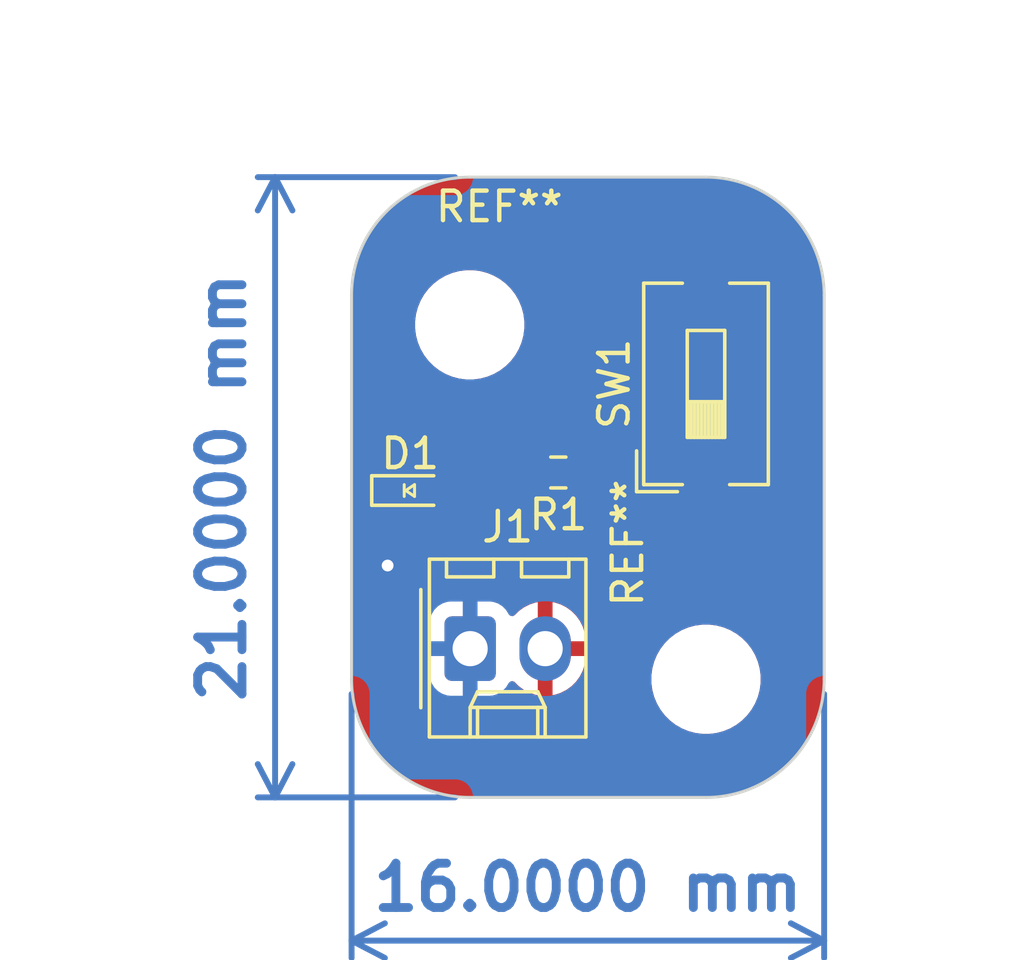
<source format=kicad_pcb>
(kicad_pcb (version 20240108) (generator "pcbnew") (generator_version "8.0")
  (title_block (title "LED Circuit") (date "2024-09-16") (rev "1.0") (company "Illini Solar Car") (comment 1 "Designed By: Reet Sinha"))
  (layers (0 "F.Cu" signal) (31 "B.Cu" signal) (34 "B.Paste" user) (35 "F.Paste" user) (36 "B.SilkS" user "B.Silkscreen") (37 "F.SilkS" user "F.Silkscreen") (38 "B.Mask" user) (39 "F.Mask" user) (44 "Edge.Cuts" user))
  (net 0 "")
  (net 1 "GND")
  (net 2 "Net-(D1-A)")
  (net 3 "Net-(R1-Pad1)")
  (net 4 "+3V3")
  (footprint "MountingHole:MountingHole_3.2mm_M3" (layer "F.Cu") (at 120 61)
    (property "Reference" "REF**" (at -2.652 -4.612 90) (layer "F.SilkS"))
    (property "Value" "MountingHole_3.2mm_M3")
    (pad "" np_thru_hole circle (at 0 0) (size 3.2 3.2) (drill 3.2) (layers "*.Cu" "*.Mask"))
  )
  (footprint "Button_Switch_SMD:SW_DIP_SPSTx01_Slide_6.7x4.1mm_W8.61mm_P2.54mm_LowProfile" (layer "F.Cu") (at 120 51 90)
    (property "Reference" "SW1" (at 0 -3.11 90) (layer "F.SilkS"))
    (property "Value" "SW_Push")
    (fp_line (start -3.65 -2.35) (end -2.267 -2.35) (stroke (width 0.12)) (layer "F.SilkS"))
    (fp_line (start -3.65 -2.35) (end -3.65 -0.967) (stroke (width 0.12)) (layer "F.SilkS"))
    (fp_line (start 3.41 -2.11) (end 3.41 -0.8) (stroke (width 0.12)) (layer "F.SilkS"))
    (fp_line (start -3.41 -2.11) (end 3.41 -2.11) (stroke (width 0.12)) (layer "F.SilkS"))
    (fp_line (start -3.41 -2.11) (end -3.41 -0.8) (stroke (width 0.12)) (layer "F.SilkS"))
    (fp_line (start 1.81 -0.635) (end -1.81 -0.635) (stroke (width 0.12)) (layer "F.SilkS"))
    (fp_line (start -0.603333 -0.635) (end -0.603333 0.635) (stroke (width 0.12)) (layer "F.SilkS"))
    (fp_line (start -1.81 -0.635) (end -1.81 0.635) (stroke (width 0.12)) (layer "F.SilkS"))
    (fp_line (start -1.81 -0.515) (end -0.603333 -0.515) (stroke (width 0.12)) (layer "F.SilkS"))
    (fp_line (start -1.81 -0.395) (end -0.603333 -0.395) (stroke (width 0.12)) (layer "F.SilkS"))
    (fp_line (start -1.81 -0.275) (end -0.603333 -0.275) (stroke (width 0.12)) (layer "F.SilkS"))
    (fp_line (start -1.81 -0.155) (end -0.603333 -0.155) (stroke (width 0.12)) (layer "F.SilkS"))
    (fp_line (start -1.81 -0.035) (end -0.603333 -0.035) (stroke (width 0.12)) (layer "F.SilkS"))
    (fp_line (start -1.81 0.085) (end -0.603333 0.085) (stroke (width 0.12)) (layer "F.SilkS"))
    (fp_line (start -1.81 0.205) (end -0.603333 0.205) (stroke (width 0.12)) (layer "F.SilkS"))
    (fp_line (start -1.81 0.325) (end -0.603333 0.325) (stroke (width 0.12)) (layer "F.SilkS"))
    (fp_line (start -1.81 0.445) (end -0.603333 0.445) (stroke (width 0.12)) (layer "F.SilkS"))
    (fp_line (start -1.81 0.565) (end -0.603333 0.565) (stroke (width 0.12)) (layer "F.SilkS"))
    (fp_line (start 1.81 0.635) (end 1.81 -0.635) (stroke (width 0.12)) (layer "F.SilkS"))
    (fp_line (start -1.81 0.635) (end 1.81 0.635) (stroke (width 0.12)) (layer "F.SilkS"))
    (fp_line (start 3.41 0.8) (end 3.41 2.11) (stroke (width 0.12)) (layer "F.SilkS"))
    (fp_line (start -3.41 0.8) (end -3.41 2.11) (stroke (width 0.12)) (layer "F.SilkS"))
    (fp_line (start -3.41 2.11) (end 3.41 2.11) (stroke (width 0.12)) (layer "F.SilkS"))
    (pad "1" smd rect (at -4.305 0 90) (size 2.44 1.12) (layers "F.Cu" "F.Paste" "F.Mask") (net 4 "+3V3"))
    (pad "2" smd rect (at 4.305 0 90) (size 2.44 1.12) (layers "F.Cu" "F.Paste" "F.Mask") (net 3 "Net-(R1-Pad1)"))
  )
  (footprint "MountingHole:MountingHole_3.2mm_M3" (layer "F.Cu") (at 112 49)
    (property "Reference" "REF**" (at 1 -4 0) (layer "F.SilkS"))
    (property "Value" "MountingHole_3.2mm_M3")
    (pad "" np_thru_hole circle (at 0 0) (size 3.2 3.2) (drill 3.2) (layers "*.Cu" "*.Mask"))
  )
  (footprint "layout:LED_0603_Symbol_on_F.SilkS" (layer "F.Cu") (at 109.982 54.61)
    (property "Reference" "D1" (at 0 -1.25 0) (layer "F.SilkS"))
    (property "Value" "LED_RED")
    (fp_line (start -1.3 -0.5) (end -1.3 0.5) (stroke (width 0.12)) (layer "F.SilkS"))
    (fp_line (start -1.3 -0.5) (end 0.8 -0.5) (stroke (width 0.12)) (layer "F.SilkS"))
    (fp_line (start -1.3 0.5) (end 0.8 0.5) (stroke (width 0.12)) (layer "F.SilkS"))
    (fp_line (start -0.2 -0.2) (end -0.2 0.2) (stroke (width 0.1)) (layer "F.SilkS"))
    (fp_line (start -0.15 0) (end 0.15 -0.2) (stroke (width 0.1)) (layer "F.SilkS"))
    (fp_line (start 0.15 -0.2) (end 0.15 0.2) (stroke (width 0.1)) (layer "F.SilkS"))
    (fp_line (start 0.15 0.2) (end -0.15 0) (stroke (width 0.1)) (layer "F.SilkS"))
    (pad "1" smd rect (at -0.8 0 180) (size 0.8 0.8) (layers "F.Cu" "F.Paste" "F.Mask") (net 1 "GND"))
    (pad "2" smd rect (at 0.8 0 180) (size 0.8 0.8) (layers "F.Cu" "F.Paste" "F.Mask") (net 2 "Net-(D1-A)"))
  )
  (footprint "Connector_Molex:Molex_KK-254_AE-6410-02A_1x02_P2.54mm_Vertical" (layer "F.Cu") (at 112.014 59.964)
    (property "Reference" "J1" (at 1.27 -4.12 0) (layer "F.SilkS"))
    (property "Value" "Conn_01x02")
    (fp_line (start -1.67 -2) (end -1.67 2) (stroke (width 0.12)) (layer "F.SilkS"))
    (fp_line (start -1.38 -3.03) (end -1.38 2.99) (stroke (width 0.12)) (layer "F.SilkS"))
    (fp_line (start -1.38 2.99) (end 3.92 2.99) (stroke (width 0.12)) (layer "F.SilkS"))
    (fp_line (start -0.8 -3.03) (end -0.8 -2.43) (stroke (width 0.12)) (layer "F.SilkS"))
    (fp_line (start -0.8 -2.43) (end 0.8 -2.43) (stroke (width 0.12)) (layer "F.SilkS"))
    (fp_line (start 0 1.99) (end 0.25 1.46) (stroke (width 0.12)) (layer "F.SilkS"))
    (fp_line (start 0 1.99) (end 2.54 1.99) (stroke (width 0.12)) (layer "F.SilkS"))
    (fp_line (start 0 2.99) (end 0 1.99) (stroke (width 0.12)) (layer "F.SilkS"))
    (fp_line (start 0.25 1.46) (end 2.29 1.46) (stroke (width 0.12)) (layer "F.SilkS"))
    (fp_line (start 0.25 2.99) (end 0.25 1.99) (stroke (width 0.12)) (layer "F.SilkS"))
    (fp_line (start 0.8 -2.43) (end 0.8 -3.03) (stroke (width 0.12)) (layer "F.SilkS"))
    (fp_line (start 1.74 -3.03) (end 1.74 -2.43) (stroke (width 0.12)) (layer "F.SilkS"))
    (fp_line (start 1.74 -2.43) (end 3.34 -2.43) (stroke (width 0.12)) (layer "F.SilkS"))
    (fp_line (start 2.29 1.46) (end 2.54 1.99) (stroke (width 0.12)) (layer "F.SilkS"))
    (fp_line (start 2.29 2.99) (end 2.29 1.99) (stroke (width 0.12)) (layer "F.SilkS"))
    (fp_line (start 2.54 1.99) (end 2.54 2.99) (stroke (width 0.12)) (layer "F.SilkS"))
    (fp_line (start 3.34 -2.43) (end 3.34 -3.03) (stroke (width 0.12)) (layer "F.SilkS"))
    (fp_line (start 3.92 -3.03) (end -1.38 -3.03) (stroke (width 0.12)) (layer "F.SilkS"))
    (fp_line (start 3.92 2.99) (end 3.92 -3.03) (stroke (width 0.12)) (layer "F.SilkS"))
    (pad "1" thru_hole roundrect (at 0 0) (size 1.74 2.19) (drill 1.19) (layers "*.Cu" "*.Mask") (roundrect_rratio 0.143678) (net 1 "GND"))
    (pad "2" thru_hole oval (at 2.54 0) (size 1.74 2.19) (drill 1.19) (layers "*.Cu" "*.Mask") (net 4 "+3V3"))
  )
  (footprint "Resistor_SMD:R_0603_1608Metric_Pad0.98x0.95mm_HandSolder" (layer "F.Cu") (at 115 54 180)
    (property "Reference" "R1" (at 0 -1.43 360) (layer "F.SilkS"))
    (property "Value" "105")
    (fp_line (start -0.254724 0.5225) (end 0.254724 0.5225) (stroke (width 0.12)) (layer "F.SilkS"))
    (fp_line (start -0.254724 -0.5225) (end 0.254724 -0.5225) (stroke (width 0.12)) (layer "F.SilkS"))
    (pad "1" smd roundrect (at -0.9125 0 180) (size 0.975 0.95) (layers "F.Cu" "F.Paste" "F.Mask") (net 3 "Net-(R1-Pad1)"))
    (pad "2" smd roundrect (at 0.9125 0 180) (size 0.975 0.95) (layers "F.Cu" "F.Paste" "F.Mask") (net 2 "Net-(D1-A)"))
  )
  (gr_line (start 112 44) (end 120 44) (stroke (width 0.1)) (layer "Edge.Cuts"))
  (gr_arc (start 120 44) (mid 122.828427 45.171573) (end 124 48) (stroke (width 0.1)) (layer "Edge.Cuts"))
  (gr_line (start 108 61) (end 108 48) (stroke (width 0.1)) (layer "Edge.Cuts"))
  (gr_arc (start 112 65) (mid 109.171573 63.828427) (end 108 61) (stroke (width 0.1)) (layer "Edge.Cuts"))
  (gr_line (start 120 65) (end 112 65) (stroke (width 0.1)) (layer "Edge.Cuts"))
  (gr_arc (start 124 61) (mid 122.828427 63.828427) (end 120 65) (stroke (width 0.1)) (layer "Edge.Cuts"))
  (gr_arc (start 108 48) (mid 109.171573 45.171573) (end 112 44) (stroke (width 0.1)) (layer "Edge.Cuts"))
  (gr_line (start 124 48) (end 124 61) (stroke (width 0.1)) (layer "Edge.Cuts"))
  (dimension (type orthogonal) (layer "B.Cu") (pts (xy 108 61) (xy 124 61)) (height 8.85) (orientation 0) (gr_text "16.0000 mm" (at 116 68.05 0) (layer "B.Cu") (effects (font (size 1.5 1.5) (thickness 0.3)))) (format (prefix "") (suffix "") (units 3) (units_format 1) (precision 4)) (style (thickness 0.2) (arrow_length 1.27) (text_position_mode 0) (extension_height 0.58642) (extension_offset 0.5) keep_text_aligned))
  (dimension (type orthogonal) (layer "B.Cu") (pts (xy 112 44) (xy 112 65)) (height -6.59) (orientation 1) (gr_text "21.0000 mm" (at 103.61 54.5 90) (layer "B.Cu") (effects (font (size 1.5 1.5) (thickness 0.3)))) (format (prefix "") (suffix "") (units 3) (units_format 1) (precision 4)) (style (thickness 0.2) (arrow_length 1.27) (text_position_mode 0) (extension_height 0.58642) (extension_offset 0.5) keep_text_aligned))
  (segment (start 109.182 54.61) (end 109.182 57.112) (width 0.25) (layer "F.Cu") (net 1))
  (segment (start 109.182 57.112) (end 109.22 57.15) (width 0.25) (layer "F.Cu") (net 1))
  (via (at 109.22 57.15) (size 0.8) (drill 0.4) (layers "F.Cu" "B.Cu") (net 1))
  (segment (start 114.0875 54) (end 113.386 54) (width 0.25) (layer "F.Cu") (net 2))
  (segment (start 113.386 54) (end 112.776 54.61) (width 0.25) (layer "F.Cu") (net 2))
  (segment (start 112.776 54.61) (end 111.036 54.61) (width 0.25) (layer "F.Cu") (net 2))
  (segment (start 117.897 46.695) (end 116.332 48.26) (width 0.25) (layer "F.Cu") (net 3))
  (segment (start 116.332 48.26) (end 116.332 52.324) (width 0.25) (layer "F.Cu") (net 3))
  (segment (start 116.332 52.324) (end 115.9125 52.7435) (width 0.25) (layer "F.Cu") (net 3))
  (segment (start 120 46.695) (end 117.897 46.695) (width 0.25) (layer "F.Cu") (net 3))
  (segment (start 115.9125 52.7435) (end 115.9125 54) (width 0.25) (layer "F.Cu") (net 3))
  (zone (net 4) (net_name "+3V3") (layer "F.Cu") (connect_pads (clearance 0.508)) (min_thickness 0.25) (fill yes (thermal_gap 0.5) (thermal_bridge_width 0.5))
    (polygon (pts (xy 108 44) (xy 124 44) (xy 124 65) (xy 108 65)))
  )
  (zone (net 1) (net_name "GND") (layer "B.Cu") (priority 1) (connect_pads (clearance 0.508)) (min_thickness 0.25) (fill yes (thermal_gap 0.5) (thermal_bridge_width 0.5))
    (polygon (pts (xy 108 44) (xy 124 44) (xy 124 65) (xy 108 65)))
  )
)
</source>
